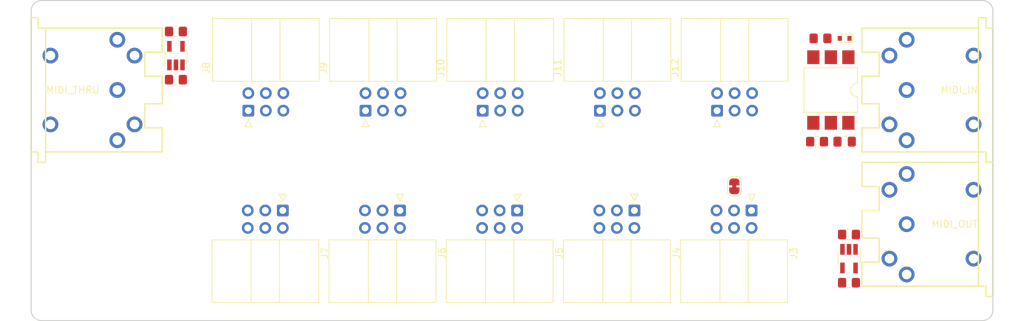
<source format=kicad_pcb>
(kicad_pcb (version 20211014) (generator pcbnew)
  (layers (0 "F.Cu" signal) (31 "B.Cu" signal) (34 "B.Paste" user) (35 "F.Paste" user) (36 "B.SilkS" user "B.Silkscreen") (37 "F.SilkS" user "F.Silkscreen") (38 "B.Mask" user) (39 "F.Mask" user) (44 "Edge.Cuts" user))
  (net 0 "")
  (net 1 "+3V3")
  (net 2 "GND")
  (net 3 "Net-(R2-Pad2)")
  (net 4 "Net-(J1-Pad5)")
  (net 5 "/UART_RX")
  (net 6 "/UART_TX")
  (net 7 "/PWR")
  (net 8 "Net-(J2-Pad4)")
  (net 9 "Net-(R2-Pad1)")
  (net 10 "Net-(J2-Pad5)")
  (net 20 "Net-(J13-Pad4)")
  (net 21 "Net-(J13-Pad5)")
  (footprint "Resistor_SMD:R_0805_2012Metric_Pad1.20x1.40mm_HandSolder" (layer "F.Cu") (at 201.63299 119 180)
    (fp_text reference "R3")
    (fp_text value "47")
    (fp_line (start -0.227064 0.735) (end 0.227064 0.735) (layer "F.SilkS") (width 0.12))
    (fp_line (start -0.227064 -0.735) (end 0.227064 -0.735) (layer "F.SilkS") (width 0.12))
    (pad "1" smd roundrect (at -1 0 180) (size 1.2 1.4) (layers "F.Cu" "F.Paste" "F.Mask") (roundrect_rratio 0.208333) (net 10 "Net-(J2-Pad5)"))
    (pad "2" smd roundrect (at 1 0 180) (size 1.2 1.4) (layers "F.Cu" "F.Paste" "F.Mask") (roundrect_rratio 0.208333))
  )
  (footprint "Capacitor_SMD:C_0805_2012Metric_Pad1.18x1.45mm_HandSolder" (layer "F.Cu") (at 201 98.5 180)
    (fp_text reference "C1")
    (fp_text value "100uF")
    (fp_line (start -0.261252 -0.735) (end 0.261252 -0.735) (layer "F.SilkS") (width 0.12))
    (fp_line (start -0.261252 0.735) (end 0.261252 0.735) (layer "F.SilkS") (width 0.12))
    (pad "1" smd roundrect (at -1.0375 0 180) (size 1.175 1.45) (layers "F.Cu" "F.Paste" "F.Mask") (roundrect_rratio 0.212766) (net 1 "+3V3"))
    (pad "2" smd roundrect (at 1.0375 0 180) (size 1.175 1.45) (layers "F.Cu" "F.Paste" "F.Mask") (roundrect_rratio 0.212766) (net 2 "GND"))
  )
  (footprint "Resistor_SMD:R_0805_2012Metric_Pad1.20x1.40mm_HandSolder" (layer "F.Cu") (at 104 82.5)
    (fp_text reference "R6")
    (fp_text value "47")
    (fp_line (start -0.227064 0.735) (end 0.227064 0.735) (layer "F.SilkS") (width 0.12))
    (fp_line (start -0.227064 -0.735) (end 0.227064 -0.735) (layer "F.SilkS") (width 0.12))
    (pad "1" smd roundrect (at -1 0) (size 1.2 1.4) (layers "F.Cu" "F.Paste" "F.Mask") (roundrect_rratio 0.208333) (net 21 "Net-(J13-Pad5)"))
    (pad "2" smd roundrect (at 1 0) (size 1.2 1.4) (layers "F.Cu" "F.Paste" "F.Mask") (roundrect_rratio 0.208333))
  )
  (footprint "Resistor_SMD:R_0805_2012Metric_Pad1.20x1.40mm_HandSolder" (layer "F.Cu") (at 201.63299 112)
    (fp_text reference "R1")
    (fp_text value "47")
    (fp_line (start -0.227064 0.735) (end 0.227064 0.735) (layer "F.SilkS") (width 0.12))
    (fp_line (start -0.227064 -0.735) (end 0.227064 -0.735) (layer "F.SilkS") (width 0.12))
    (pad "1" smd roundrect (at -1 0) (size 1.2 1.4) (layers "F.Cu" "F.Paste" "F.Mask") (roundrect_rratio 0.208333) (net 1 "+3V3"))
    (pad "2" smd roundrect (at 1 0) (size 1.2 1.4) (layers "F.Cu" "F.Paste" "F.Mask") (roundrect_rratio 0.208333) (net 8 "Net-(J2-Pad4)"))
  )
  (footprint "Resistor_SMD:R_0805_2012Metric_Pad1.20x1.40mm_HandSolder" (layer "F.Cu") (at 197 98.5 180)
    (fp_text reference "R4")
    (fp_text value "470")
    (fp_line (start -0.227064 -0.735) (end 0.227064 -0.735) (layer "F.SilkS") (width 0.12))
    (fp_line (start -0.227064 0.735) (end 0.227064 0.735) (layer "F.SilkS") (width 0.12))
    (pad "1" smd roundrect (at -1 0 180) (size 1.2 1.4) (layers "F.Cu" "F.Paste" "F.Mask") (roundrect_rratio 0.208333) (net 1 "+3V3"))
    (pad "2" smd roundrect (at 1 0 180) (size 1.2 1.4) (layers "F.Cu" "F.Paste" "F.Mask") (roundrect_rratio 0.208333) (net 5 "/UART_RX"))
  )
  (footprint "Diode_SMD:D_SOD-523" (layer "F.Cu") (at 201 83.5 180)
    (fp_text reference "D1")
    (fp_text value "1N914WT")
    (fp_line (start -1.15 -0.6) (end -1.15 0.6) (layer "F.SilkS") (width 0.12))
    (fp_line (start 0.7 0.6) (end -1.15 0.6) (layer "F.SilkS") (width 0.12))
    (fp_line (start 0.7 -0.6) (end -1.15 -0.6) (layer "F.SilkS") (width 0.12))
    (pad "1" smd rect (at -0.7 0) (size 0.6 0.7) (layers "F.Cu" "F.Paste" "F.Mask") (net 3 "Net-(R2-Pad2)"))
    (pad "2" smd rect (at 0.7 0) (size 0.6 0.7) (layers "F.Cu" "F.Paste" "F.Mask") (net 4 "Net-(J1-Pad5)"))
  )
  (footprint "DIN-5:DIN5-RA-PTH" (layer "F.Cu") (at 222.5 110.5 90)
    (fp_text reference "J2")
    (fp_text value "MIDI_OUT" (at 0 -2.09804) (layer "F.SilkS") (effects (font (thickness 0.127)) (justify right)))
    (fp_line (start 10.49782 -0.99822) (end 10.49782 -2.09804) (layer "F.SilkS") (width 0.2032))
    (fp_line (start 8.99922 -2.09804) (end 8.99922 -18.9992) (layer "F.SilkS") (width 0.2032))
    (fp_line (start 8.99922 -0.99822) (end 10.49782 -0.99822) (layer "F.SilkS") (width 0.2032))
    (fp_line (start -10.49782 -0.99822) (end -10.49782 0) (layer "F.SilkS") (width 0.2032))
    (fp_line (start 10.49782 -2.09804) (end 8.99922 -2.09804) (layer "F.SilkS") (width 0.2032))
    (fp_line (start -8.99922 -2.09804) (end 8.99922 -2.09804) (layer "F.SilkS") (width 0.2032))
    (fp_line (start -8.99922 -0.99822) (end -10.49782 -0.99822) (layer "F.SilkS") (width 0.2032))
    (fp_line (start -10.49782 0) (end 8.99922 0) (layer "F.SilkS") (width 0.2032))
    (fp_line (start 1.99898 -18.9992) (end -1.99898 -18.9992) (layer "F.SilkS") (width 0.2032))
    (fp_line (start 1.99898 -18.9992) (end 1.99898 -16.49984) (layer "F.SilkS") (width 0.2032))
    (fp_line (start 8.99922 0) (end 8.99922 -0.99822) (layer "F.SilkS") (width 0.2032))
    (fp_line (start -8.99922 -1.99898) (end -8.99922 -0.99822) (layer "F.SilkS") (width 0.2032))
    (fp_line (start -5.4991 -18.9992) (end -5.4991 -16.49984) (layer "F.SilkS") (width 0.2032))
    (fp_line (start 5.4991 -18.9992) (end 5.4991 -16.49984) (layer "F.SilkS") (width 0.2032))
    (fp_line (start -8.99922 -18.9992) (end -8.99922 -2.09804) (layer "F.SilkS") (width 0.2032))
    (fp_line (start -1.99898 -18.9992) (end -1.99898 -16.49984) (layer "F.SilkS") (width 0.2032))
    (fp_line (start -1.99898 -16.49984) (end -5.4991 -16.49984) (layer "F.SilkS") (width 0.2032))
    (fp_line (start 8.99922 -18.9992) (end 5.4991 -18.9992) (layer "F.SilkS") (width 0.2032))
    (fp_line (start 5.4991 -16.49984) (end 1.99898 -16.49984) (layer "F.SilkS") (width 0.2032))
    (fp_line (start -5.4991 -18.9992) (end -8.99922 -18.9992) (layer "F.SilkS") (width 0.2032))
    (pad "1" thru_hole circle locked (at 7.29996 -12.49934 90) (size 2.286 2.286) (drill 1.39954) (layers *.Cu *.Mask))
    (pad "2" thru_hole circle locked (at 0 -12.49934 90) (size 2.286 2.286) (drill 1.39954) (layers *.Cu *.Mask) (net 2 "GND"))
    (pad "3" thru_hole circle locked (at -7.29996 -12.49934 90) (size 2.286 2.286) (drill 1.39954) (layers *.Cu *.Mask))
    (pad "4" thru_hole circle locked (at 4.99872 -14.9987 90) (size 2.286 2.286) (drill 1.39954) (layers *.Cu *.Mask) (net 8 "Net-(J2-Pad4)"))
    (pad "5" thru_hole circle locked (at -4.99872 -14.9987 90) (size 2.286 2.286) (drill 1.39954) (layers *.Cu *.Mask) (net 10 "Net-(J2-Pad5)"))
    (pad "6" thru_hole circle locked (at -4.99872 -2.79908 90) (size 2.286 2.286) (drill 1.39954) (layers *.Cu *.Mask))
    (pad "7" thru_hole circle locked (at 4.99872 -2.79908 90) (size 2.286 2.286) (drill 1.39954) (layers *.Cu *.Mask))
  )
  (footprint "Connector_IDC:IDC-Header_2x03_P2.54mm_Horizontal" (layer "F.Cu") (at 148.5 94 90)
    (fp_text reference "J10" (at 6.215 -6.1 90) (layer "F.SilkS"))
    (fp_text value "UART")
    (fp_line (start 4.27 -5.21) (end 13.39 -5.21) (layer "F.SilkS") (width 0.12))
    (fp_line (start 4.27 0.49) (end 13.39 0.49) (layer "F.SilkS") (width 0.12))
    (fp_line (start 4.27 10.29) (end 4.27 -5.21) (layer "F.SilkS") (width 0.12))
    (fp_line (start -2.35 0.5) (end -1.35 0) (layer "F.SilkS") (width 0.12))
    (fp_line (start 4.27 4.59) (end 13.39 4.59) (layer "F.SilkS") (width 0.12))
    (fp_line (start -2.35 -0.5) (end -2.35 0.5) (layer "F.SilkS") (width 0.12))
    (fp_line (start 13.39 10.29) (end 4.27 10.29) (layer "F.SilkS") (width 0.12))
    (fp_line (start -1.35 0) (end -2.35 -0.5) (layer "F.SilkS") (width 0.12))
    (fp_line (start 13.39 -5.21) (end 13.39 10.29) (layer "F.SilkS") (width 0.12))
    (pad "1" thru_hole roundrect (at 0 0 90) (size 1.7 1.7) (drill 1) (layers *.Cu *.Mask) (roundrect_rratio 0.147059) (net 2 "GND"))
    (pad "2" thru_hole circle (at 2.54 0 90) (size 1.7 1.7) (drill 1) (layers *.Cu *.Mask) (net 5 "/UART_RX"))
    (pad "3" thru_hole circle (at 0 2.54 90) (size 1.7 1.7) (drill 1) (layers *.Cu *.Mask) (net 7 "/PWR"))
    (pad "4" thru_hole circle (at 2.54 2.54 90) (size 1.7 1.7) (drill 1) (layers *.Cu *.Mask) (net 7 "/PWR"))
    (pad "5" thru_hole circle (at 0 5.08 90) (size 1.7 1.7) (drill 1) (layers *.Cu *.Mask) (net 6 "/UART_TX"))
    (pad "6" thru_hole circle (at 2.54 5.08 90) (size 1.7 1.7) (drill 1) (layers *.Cu *.Mask) (net 2 "GND"))
  )
  (footprint "Package_DIP:SMDIP-6_W9.53mm" (layer "F.Cu") (at 199 91 -90)
    (fp_text reference "U1")
    (fp_text value "H11L1")
    (fp_line (start -3.235 3.87) (end 3.235 3.87) (layer "F.SilkS") (width 0.12))
    (fp_line (start 3.235 -3.87) (end 1 -3.87) (layer "F.SilkS") (width 0.12))
    (fp_line (start -3.235 -3.87) (end -3.235 3.87) (layer "F.SilkS") (width 0.12))
    (fp_line (start 3.235 3.87) (end 3.235 -3.87) (layer "F.SilkS") (width 0.12))
    (fp_line (start -1 -3.87) (end -3.235 -3.87) (layer "F.SilkS") (width 0.12))
    (fp_arc (start 1 -3.87) (mid 0 -2.87) (end -1 -3.87) (layer "F.SilkS") (width 0.12))
    (pad "1" smd rect (at -4.765 -2.54 270) (size 2 1.78) (layers "F.Cu" "F.Paste" "F.Mask") (net 3 "Net-(R2-Pad2)"))
    (pad "2" smd rect (at -4.765 0 270) (size 2 1.78) (layers "F.Cu" "F.Paste" "F.Mask") (net 4 "Net-(J1-Pad5)"))
    (pad "3" smd rect (at -4.765 2.54 270) (size 2 1.78) (layers "F.Cu" "F.Paste" "F.Mask"))
    (pad "4" smd rect (at 4.765 2.54 270) (size 2 1.78) (layers "F.Cu" "F.Paste" "F.Mask") (net 5 "/UART_RX"))
    (pad "5" smd rect (at 4.765 0 270) (size 2 1.78) (layers "F.Cu" "F.Paste" "F.Mask") (net 2 "GND"))
    (pad "6" smd rect (at 4.765 -2.54 270) (size 2 1.78) (layers "F.Cu" "F.Paste" "F.Mask") (net 1 "+3V3"))
  )
  (footprint "Connector_IDC:IDC-Header_2x03_P2.54mm_Horizontal" (layer "F.Cu") (at 119.5 108.5 -90)
    (fp_text reference "J7" (at 6.215 -6.1 90) (layer "F.SilkS"))
    (fp_text value "UART")
    (fp_line (start 4.27 4.59) (end 13.39 4.59) (layer "F.SilkS") (width 0.12))
    (fp_line (start 4.27 -5.21) (end 13.39 -5.21) (layer "F.SilkS") (width 0.12))
    (fp_line (start 4.27 10.29) (end 4.27 -5.21) (layer "F.SilkS") (width 0.12))
    (fp_line (start 13.39 10.29) (end 4.27 10.29) (layer "F.SilkS") (width 0.12))
    (fp_line (start 4.27 0.49) (end 13.39 0.49) (layer "F.SilkS") (width 0.12))
    (fp_line (start -2.35 -0.5) (end -2.35 0.5) (layer "F.SilkS") (width 0.12))
    (fp_line (start -2.35 0.5) (end -1.35 0) (layer "F.SilkS") (width 0.12))
    (fp_line (start -1.35 0) (end -2.35 -0.5) (layer "F.SilkS") (width 0.12))
    (fp_line (start 13.39 -5.21) (end 13.39 10.29) (layer "F.SilkS") (width 0.12))
    (pad "1" thru_hole roundrect (at 0 0 270) (size 1.7 1.7) (drill 1) (layers *.Cu *.Mask) (roundrect_rratio 0.147059) (net 2 "GND"))
    (pad "2" thru_hole circle (at 2.54 0 270) (size 1.7 1.7) (drill 1) (layers *.Cu *.Mask) (net 5 "/UART_RX"))
    (pad "3" thru_hole circle (at 0 2.54 270) (size 1.7 1.7) (drill 1) (layers *.Cu *.Mask) (net 7 "/PWR"))
    (pad "4" thru_hole circle (at 2.54 2.54 270) (size 1.7 1.7) (drill 1) (layers *.Cu *.Mask) (net 7 "/PWR"))
    (pad "5" thru_hole circle (at 0 5.08 270) (size 1.7 1.7) (drill 1) (layers *.Cu *.Mask) (net 6 "/UART_TX"))
    (pad "6" thru_hole circle (at 2.54 5.08 270) (size 1.7 1.7) (drill 1) (layers *.Cu *.Mask) (net 2 "GND"))
  )
  (footprint "Resistor_SMD:R_0805_2012Metric_Pad1.20x1.40mm_HandSolder" (layer "F.Cu") (at 104 89.5 180)
    (fp_text reference "R5")
    (fp_text value "47")
    (fp_line (start -0.227064 -0.735) (end 0.227064 -0.735) (layer "F.SilkS") (width 0.12))
    (fp_line (start -0.227064 0.735) (end 0.227064 0.735) (layer "F.SilkS") (width 0.12))
    (pad "1" smd roundrect (at -1 0 180) (size 1.2 1.4) (layers "F.Cu" "F.Paste" "F.Mask") (roundrect_rratio 0.208333) (net 1 "+3V3"))
    (pad "2" smd roundrect (at 1 0 180) (size 1.2 1.4) (layers "F.Cu" "F.Paste" "F.Mask") (roundrect_rratio 0.208333) (net 20 "Net-(J13-Pad4)"))
  )
  (footprint "Connector_IDC:IDC-Header_2x03_P2.54mm_Horizontal" (layer "F.Cu") (at 131.5 94 90)
    (fp_text reference "J9" (at 6.215 -6.1 90) (layer "F.SilkS"))
    (fp_text value "UART")
    (fp_line (start 13.39 -5.21) (end 13.39 10.29) (layer "F.SilkS") (width 0.12))
    (fp_line (start 4.27 10.29) (end 4.27 -5.21) (layer "F.SilkS") (width 0.12))
    (fp_line (start -1.35 0) (end -2.35 -0.5) (layer "F.SilkS") (width 0.12))
    (fp_line (start 4.27 0.49) (end 13.39 0.49) (layer "F.SilkS") (width 0.12))
    (fp_line (start 13.39 10.29) (end 4.27 10.29) (layer "F.SilkS") (width 0.12))
    (fp_line (start 4.27 4.59) (end 13.39 4.59) (layer "F.SilkS") (width 0.12))
    (fp_line (start 4.27 -5.21) (end 13.39 -5.21) (layer "F.SilkS") (width 0.12))
    (fp_line (start -2.35 -0.5) (end -2.35 0.5) (layer "F.SilkS") (width 0.12))
    (fp_line (start -2.35 0.5) (end -1.35 0) (layer "F.SilkS") (width 0.12))
    (pad "1" thru_hole roundrect (at 0 0 90) (size 1.7 1.7) (drill 1) (layers *.Cu *.Mask) (roundrect_rratio 0.147059) (net 2 "GND"))
    (pad "2" thru_hole circle (at 2.54 0 90) (size 1.7 1.7) (drill 1) (layers *.Cu *.Mask) (net 5 "/UART_RX"))
    (pad "3" thru_hole circle (at 0 2.54 90) (size 1.7 1.7) (drill 1) (layers *.Cu *.Mask) (net 7 "/PWR"))
    (pad "4" thru_hole circle (at 2.54 2.54 90) (size 1.7 1.7) (drill 1) (layers *.Cu *.Mask) (net 7 "/PWR"))
    (pad "5" thru_hole circle (at 0 5.08 90) (size 1.7 1.7) (drill 1) (layers *.Cu *.Mask) (net 6 "/UART_TX"))
    (pad "6" thru_hole circle (at 2.54 5.08 90) (size 1.7 1.7) (drill 1) (layers *.Cu *.Mask) (net 2 "GND"))
  )
  (footprint "DIN-5:DIN5-RA-PTH" (layer "F.Cu") (at 83 91 -90)
    (fp_text reference "J13")
    (fp_text value "MIDI_THRU" (at 0 -2.09804) (layer "F.SilkS") (effects (font (thickness 0.127)) (justify left)))
    (fp_line (start 5.4991 -18.9992) (end 5.4991 -16.49984) (layer "F.SilkS") (width 0.2032))
    (fp_line (start -10.49782 0) (end 8.99922 0) (layer "F.SilkS") (width 0.2032))
    (fp_line (start -10.49782 -0.99822) (end -10.49782 0) (layer "F.SilkS") (width 0.2032))
    (fp_line (start 1.99898 -18.9992) (end 1.99898 -16.49984) (layer "F.SilkS") (width 0.2032))
    (fp_line (start -1.99898 -18.9992) (end -1.99898 -16.49984) (layer "F.SilkS") (width 0.2032))
    (fp_line (start 8.99922 0) (end 8.99922 -0.99822) (layer "F.SilkS") (width 0.2032))
    (fp_line (start -8.99922 -2.09804) (end 8.99922 -2.09804) (layer "F.SilkS") (width 0.2032))
    (fp_line (start -8.99922 -0.99822) (end -10.49782 -0.99822) (layer "F.SilkS") (width 0.2032))
    (fp_line (start 8.99922 -0.99822) (end 10.49782 -0.99822) (layer "F.SilkS") (width 0.2032))
    (fp_line (start -1.99898 -16.49984) (end -5.4991 -16.49984) (layer "F.SilkS") (width 0.2032))
    (fp_line (start 8.99922 -2.09804) (end 8.99922 -18.9992) (layer "F.SilkS") (width 0.2032))
    (fp_line (start -5.4991 -18.9992) (end -8.99922 -18.9992) (layer "F.SilkS") (width 0.2032))
    (fp_line (start 5.4991 -16.49984) (end 1.99898 -16.49984) (layer "F.SilkS") (width 0.2032))
    (fp_line (start -8.99922 -1.99898) (end -8.99922 -0.99822) (layer "F.SilkS") (width 0.2032))
    (fp_line (start 1.99898 -18.9992) (end -1.99898 -18.9992) (layer "F.SilkS") (width 0.2032))
    (fp_line (start 10.49782 -0.99822) (end 10.49782 -2.09804) (layer "F.SilkS") (width 0.2032))
    (fp_line (start -5.4991 -18.9992) (end -5.4991 -16.49984) (layer "F.SilkS") (width 0.2032))
    (fp_line (start 10.49782 -2.09804) (end 8.99922 -2.09804) (layer "F.SilkS") (width 0.2032))
    (fp_line (start 8.99922 -18.9992) (end 5.4991 -18.9992) (layer "F.SilkS") (width 0.2032))
    (fp_line (start -8.99922 -18.9992) (end -8.99922 -2.09804) (layer "F.SilkS") (width 0.2032))
    (pad "1" thru_hole circle locked (at 7.29996 -12.49934 270) (size 2.286 2.286) (drill 1.39954) (layers *.Cu *.Mask))
    (pad "2" thru_hole circle locked (at 0 -12.49934 270) (size 2.286 2.286) (drill 1.39954) (layers *.Cu *.Mask) (net 2 "GND"))
    (pad "3" thru_hole circle locked (at -7.29996 -12.49934 270) (size 2.286 2.286) (drill 1.39954) (layers *.Cu *.Mask))
    (pad "4" thru_hole circle locked (at 4.99872 -14.9987 270) (size 2.286 2.286) (drill 1.39954) (layers *.Cu *.Mask) (net 20 "Net-(J13-Pad4)"))
    (pad "5" thru_hole circle locked (at -4.99872 -14.9987 270) (size 2.286 2.286) (drill 1.39954) (layers *.Cu *.Mask) (net 21 "Net-(J13-Pad5)"))
    (pad "6" thru_hole circle locked (at -4.99872 -2.79908 270) (size 2.286 2.286) (drill 1.39954) (layers *.Cu *.Mask))
    (pad "7" thru_hole circle locked (at 4.99872 -2.79908 270) (size 2.286 2.286) (drill 1.39954) (layers *.Cu *.Mask))
  )
  (footprint "Connector_IDC:IDC-Header_2x03_P2.54mm_Horizontal" (layer "F.Cu") (at 136.5 108.5 -90)
    (fp_text reference "J6" (at 6.215 -6.1 90) (layer "F.SilkS"))
    (fp_text value "UART")
    (fp_line (start 4.27 0.49) (end 13.39 0.49) (layer "F.SilkS") (width 0.12))
    (fp_line (start 4.27 4.59) (end 13.39 4.59) (layer "F.SilkS") (width 0.12))
    (fp_line (start -2.35 0.5) (end -1.35 0) (layer "F.SilkS") (width 0.12))
    (fp_line (start -1.35 0) (end -2.35 -0.5) (layer "F.SilkS") (width 0.12))
    (fp_line (start -2.35 -0.5) (end -2.35 0.5) (layer "F.SilkS") (width 0.12))
    (fp_line (start 13.39 10.29) (end 4.27 10.29) (layer "F.SilkS") (width 0.12))
    (fp_line (start 4.27 10.29) (end 4.27 -5.21) (layer "F.SilkS") (width 0.12))
    (fp_line (start 4.27 -5.21) (end 13.39 -5.21) (layer "F.SilkS") (width 0.12))
    (fp_line (start 13.39 -5.21) (end 13.39 10.29) (layer "F.SilkS") (width 0.12))
    (pad "1" thru_hole roundrect (at 0 0 270) (size 1.7 1.7) (drill 1) (layers *.Cu *.Mask) (roundrect_rratio 0.147059) (net 2 "GND"))
    (pad "2" thru_hole circle (at 2.54 0 270) (size 1.7 1.7) (drill 1) (layers *.Cu *.Mask) (net 5 "/UART_RX"))
    (pad "3" thru_hole circle (at 0 2.54 270) (size 1.7 1.7) (drill 1) (layers *.Cu *.Mask) (net 7 "/PWR"))
    (pad "4" thru_hole circle (at 2.54 2.54 270) (size 1.7 1.7) (drill 1) (layers *.Cu *.Mask) (net 7 "/PWR"))
    (pad "5" thru_hole circle (at 0 5.08 270) (size 1.7 1.7) (drill 1) (layers *.Cu *.Mask) (net 6 "/UART_TX"))
    (pad "6" thru_hole circle (at 2.54 5.08 270) (size 1.7 1.7) (drill 1) (layers *.Cu *.Mask) (net 2 "GND"))
  )
  (footprint "Resistor_SMD:R_0805_2012Metric_Pad1.20x1.40mm_HandSolder" (layer "F.Cu") (at 197.5 83.5)
    (fp_text reference "R2")
    (fp_text value "220")
    (fp_line (start -0.227064 0.735) (end 0.227064 0.735) (layer "F.SilkS") (width 0.12))
    (fp_line (start -0.227064 -0.735) (end 0.227064 -0.735) (layer "F.SilkS") (width 0.12))
    (pad "1" smd roundrect (at -1 0) (size 1.2 1.4) (layers "F.Cu" "F.Paste" "F.Mask") (roundrect_rratio 0.208333) (net 9 "Net-(R2-Pad1)"))
    (pad "2" smd roundrect (at 1 0) (size 1.2 1.4) (layers "F.Cu" "F.Paste" "F.Mask") (roundrect_rratio 0.208333) (net 3 "Net-(R2-Pad2)"))
  )
  (footprint "DIN-5:DIN5-RA-PTH" (layer "F.Cu") (at 222.5 91 90)
    (fp_text reference "J1")
    (fp_text value "MIDI_IN" (at 0 -2.09804) (layer "F.SilkS") (effects (font (thickness 0.127)) (justify right)))
    (fp_line (start 8.99922 -2.09804) (end 8.99922 -18.9992) (layer "F.SilkS") (width 0.2032))
    (fp_line (start -8.99922 -1.99898) (end -8.99922 -0.99822) (layer "F.SilkS") (width 0.2032))
    (fp_line (start -10.49782 -0.99822) (end -10.49782 0) (layer "F.SilkS") (width 0.2032))
    (fp_line (start 1.99898 -18.9992) (end -1.99898 -18.9992) (layer "F.SilkS") (width 0.2032))
    (fp_line (start -8.99922 -0.99822) (end -10.49782 -0.99822) (layer "F.SilkS") (width 0.2032))
    (fp_line (start -1.99898 -16.49984) (end -5.4991 -16.49984) (layer "F.SilkS") (width 0.2032))
    (fp_line (start 8.99922 -18.9992) (end 5.4991 -18.9992) (layer "F.SilkS") (width 0.2032))
    (fp_line (start -8.99922 -18.9992) (end -8.99922 -2.09804) (layer "F.SilkS") (width 0.2032))
    (fp_line (start 5.4991 -18.9992) (end 5.4991 -16.49984) (layer "F.SilkS") (width 0.2032))
    (fp_line (start -5.4991 -18.9992) (end -8.99922 -18.9992) (layer "F.SilkS") (width 0.2032))
    (fp_line (start -1.99898 -18.9992) (end -1.99898 -16.49984) (layer "F.SilkS") (width 0.2032))
    (fp_line (start 10.49782 -2.09804) (end 8.99922 -2.09804) (layer "F.SilkS") (width 0.2032))
    (fp_line (start -5.4991 -18.9992) (end -5.4991 -16.49984) (layer "F.SilkS") (width 0.2032))
    (fp_line (start -10.49782 0) (end 8.99922 0) (layer "F.SilkS") (width 0.2032))
    (fp_line (start 8.99922 0) (end 8.99922 -0.99822) (layer "F.SilkS") (width 0.2032))
    (fp_line (start 1.99898 -18.9992) (end 1.99898 -16.49984) (layer "F.SilkS") (width 0.2032))
    (fp_line (start 8.99922 -0.99822) (end 10.49782 -0.99822) (layer "F.SilkS") (width 0.2032))
    (fp_line (start 5.4991 -16.49984) (end 1.99898 -16.49984) (layer "F.SilkS") (width 0.2032))
    (fp_line (start 10.49782 -0.99822) (end 10.49782 -2.09804) (layer "F.SilkS") (width 0.2032))
    (fp_line (start -8.99922 -2.09804) (end 8.99922 -2.09804) (layer "F.SilkS") (width 0.2032))
    (pad "1" thru_hole circle locked (at 7.29996 -12.49934 90) (size 2.286 2.286) (drill 1.39954) (layers *.Cu *.Mask))
    (pad "2" thru_hole circle locked (at 0 -12.49934 90) (size 2.286 2.286) (drill 1.39954) (layers *.Cu *.Mask))
    (pad "3" thru_hole circle locked (at -7.29996 -12.49934 90) (size 2.286 2.286) (drill 1.39954) (layers *.Cu *.Mask))
    (pad "4" thru_hole circle locked (at 4.99872 -14.9987 90) (size 2.286 2.286) (drill 1.39954) (layers *.Cu *.Mask) (net 9 "Net-(R2-Pad1)"))
    (pad "5" thru_hole circle locked (at -4.99872 -14.9987 90) (size 2.286 2.286) (drill 1.39954) (layers *.Cu *.Mask) (net 4 "Net-(J1-Pad5)"))
    (pad "6" thru_hole circle locked (at -4.99872 -2.79908 90) (size 2.286 2.286) (drill 1.39954) (layers *.Cu *.Mask))
    (pad "7" thru_hole circle locked (at 4.99872 -2.79908 90) (size 2.286 2.286) (drill 1.39954) (layers *.Cu *.Mask))
  )
  (footprint "Package_TO_SOT_SMD:SOT-23-5_HandSoldering" (layer "F.Cu") (at 201.63299 115.5 -90)
    (fp_text reference "U2")
    (fp_text value "74AHC1G125")
    (fp_line (start -0.9 1.61) (end 0.9 1.61) (layer "F.SilkS") (width 0.12))
    (fp_line (start 0.9 -1.61) (end -1.55 -1.61) (layer "F.SilkS") (width 0.12))
    (pad "1" smd rect (at -1.35 -0.95 270) (size 1.56 0.65) (layers "F.Cu" "F.Paste" "F.Mask") (net 2 "GND"))
    (pad "2" smd rect (at -1.35 0 270) (size 1.56 0.65) (layers "F.Cu" "F.Paste" "F.Mask") (net 6 "/UART_TX"))
    (pad "3" smd rect (at -1.35 0.95 270) (size 1.56 0.65) (layers "F.Cu" "F.Paste" "F.Mask") (net 2 "GND"))
    (pad "4" smd rect (at 1.35 0.95 270) (size 1.56 0.65) (layers "F.Cu" "F.Paste" "F.Mask"))
    (pad "5" smd rect (at 1.35 -0.95 270) (size 1.56 0.65) (layers "F.Cu" "F.Paste" "F.Mask") (net 1 "+3V3"))
  )
  (footprint "Connector_IDC:IDC-Header_2x03_P2.54mm_Horizontal" (layer "F.Cu") (at 153.5 108.5 -90)
    (fp_text reference "J5" (at 6.215 -6.1 90) (layer "F.SilkS"))
    (fp_text value "UART")
    (fp_line (start -2.35 -0.5) (end -2.35 0.5) (layer "F.SilkS") (width 0.12))
    (fp_line (start -2.35 0.5) (end -1.35 0) (layer "F.SilkS") (width 0.12))
    (fp_line (start 4.27 0.49) (end 13.39 0.49) (layer "F.SilkS") (width 0.12))
    (fp_line (start -1.35 0) (end -2.35 -0.5) (layer "F.SilkS") (width 0.12))
    (fp_line (start 4.27 10.29) (end 4.27 -5.21) (layer "F.SilkS") (width 0.12))
    (fp_line (start 13.39 -5.21) (end 13.39 10.29) (layer "F.SilkS") (width 0.12))
    (fp_line (start 4.27 -5.21) (end 13.39 -5.21) (layer "F.SilkS") (width 0.12))
    (fp_line (start 4.27 4.59) (end 13.39 4.59) (layer "F.SilkS") (width 0.12))
    (fp_line (start 13.39 10.29) (end 4.27 10.29) (layer "F.SilkS") (width 0.12))
    (pad "1" thru_hole roundrect (at 0 0 270) (size 1.7 1.7) (drill 1) (layers *.Cu *.Mask) (roundrect_rratio 0.147059) (net 2 "GND"))
    (pad "2" thru_hole circle (at 2.54 0 270) (size 1.7 1.7) (drill 1) (layers *.Cu *.Mask) (net 5 "/UART_RX"))
    (pad "3" thru_hole circle (at 0 2.54 270) (size 1.7 1.7) (drill 1) (layers *.Cu *.Mask) (net 7 "/PWR"))
    (pad "4" thru_hole circle (at 2.54 2.54 270) (size 1.7 1.7) (drill 1) (layers *.Cu *.Mask) (net 7 "/PWR"))
    (pad "5" thru_hole circle (at 0 5.08 270) (size 1.7 1.7) (drill 1) (layers *.Cu *.Mask) (net 6 "/UART_TX"))
    (pad "6" thru_hole circle (at 2.54 5.08 270) (size 1.7 1.7) (drill 1) (layers *.Cu *.Mask) (net 2 "GND"))
  )
  (footprint "Connector_IDC:IDC-Header_2x03_P2.54mm_Horizontal" (layer "F.Cu") (at 187.5 108.5 -90)
    (fp_text reference "J3" (at 6.215 -6.1 90) (layer "F.SilkS"))
    (fp_text value "UART")
    (fp_line (start 4.27 10.29) (end 4.27 -5.21) (layer "F.SilkS") (width 0.12))
    (fp_line (start 13.39 -5.21) (end 13.39 10.29) (layer "F.SilkS") (width 0.12))
    (fp_line (start -2.35 0.5) (end -1.35 0) (layer "F.SilkS") (width 0.12))
    (fp_line (start -1.35 0) (end -2.35 -0.5) (layer "F.SilkS") (width 0.12))
    (fp_line (start 4.27 4.59) (end 13.39 4.59) (layer "F.SilkS") (width 0.12))
    (fp_line (start 4.27 0.49) (end 13.39 0.49) (layer "F.SilkS") (width 0.12))
    (fp_line (start 4.27 -5.21) (end 13.39 -5.21) (layer "F.SilkS") (width 0.12))
    (fp_line (start -2.35 -0.5) (end -2.35 0.5) (layer "F.SilkS") (width 0.12))
    (fp_line (start 13.39 10.29) (end 4.27 10.29) (layer "F.SilkS") (width 0.12))
    (pad "1" thru_hole roundrect (at 0 0 270) (size 1.7 1.7) (drill 1) (layers *.Cu *.Mask) (roundrect_rratio 0.147059) (net 2 "GND"))
    (pad "2" thru_hole circle (at 2.54 0 270) (size 1.7 1.7) (drill 1) (layers *.Cu *.Mask) (net 5 "/UART_RX"))
    (pad "3" thru_hole circle (at 0 2.54 270) (size 1.7 1.7) (drill 1) (layers *.Cu *.Mask) (net 1 "+3V3"))
    (pad "4" thru_hole circle (at 2.54 2.54 270) (size 1.7 1.7) (drill 1) (layers *.Cu *.Mask) (net 1 "+3V3"))
    (pad "5" thru_hole circle (at 0 5.08 270) (size 1.7 1.7) (drill 1) (layers *.Cu *.Mask) (net 6 "/UART_TX"))
    (pad "6" thru_hole circle (at 2.54 5.08 270) (size 1.7 1.7) (drill 1) (layers *.Cu *.Mask) (net 2 "GND"))
  )
  (footprint "Connector_IDC:IDC-Header_2x03_P2.54mm_Horizontal" (layer "F.Cu") (at 182.5 94 90)
    (fp_text reference "J12" (at 6.215 -6.1 90) (layer "F.SilkS"))
    (fp_text value "UART")
    (fp_line (start -1.35 0) (end -2.35 -0.5) (layer "F.SilkS") (width 0.12))
    (fp_line (start 4.27 4.59) (end 13.39 4.59) (layer "F.SilkS") (width 0.12))
    (fp_line (start 4.27 10.29) (end 4.27 -5.21) (layer "F.SilkS") (width 0.12))
    (fp_line (start -2.35 -0.5) (end -2.35 0.5) (layer "F.SilkS") (width 0.12))
    (fp_line (start 4.27 -5.21) (end 13.39 -5.21) (layer "F.SilkS") (width 0.12))
    (fp_line (start 13.39 10.29) (end 4.27 10.29) (layer "F.SilkS") (width 0.12))
    (fp_line (start 13.39 -5.21) (end 13.39 10.29) (layer "F.SilkS") (width 0.12))
    (fp_line (start -2.35 0.5) (end -1.35 0) (layer "F.SilkS") (width 0.12))
    (fp_line (start 4.27 0.49) (end 13.39 0.49) (layer "F.SilkS") (width 0.12))
    (pad "1" thru_hole roundrect (at 0 0 90) (size 1.7 1.7) (drill 1) (layers *.Cu *.Mask) (roundrect_rratio 0.147059) (net 2 "GND"))
    (pad "2" thru_hole circle (at 2.54 0 90) (size 1.7 1.7) (drill 1) (layers *.Cu *.Mask) (net 5 "/UART_RX"))
    (pad "3" thru_hole circle (at 0 2.54 90) (size 1.7 1.7) (drill 1) (layers *.Cu *.Mask) (net 7 "/PWR"))
    (pad "4" thru_hole circle (at 2.54 2.54 90) (size 1.7 1.7) (drill 1) (layers *.Cu *.Mask) (net 7 "/PWR"))
    (pad "5" thru_hole circle (at 0 5.08 90) (size 1.7 1.7) (drill 1) (layers *.Cu *.Mask) (net 6 "/UART_TX"))
    (pad "6" thru_hole circle (at 2.54 5.08 90) (size 1.7 1.7) (drill 1) (layers *.Cu *.Mask) (net 2 "GND"))
  )
  (footprint "Connector_IDC:IDC-Header_2x03_P2.54mm_Horizontal" (layer "F.Cu") (at 114.5 94 90)
    (fp_text reference "J8" (at 6.215 -6.1 90) (layer "F.SilkS"))
    (fp_text value "UART")
    (fp_line (start 4.27 0.49) (end 13.39 0.49) (layer "F.SilkS") (width 0.12))
    (fp_line (start 4.27 10.29) (end 4.27 -5.21) (layer "F.SilkS") (width 0.12))
    (fp_line (start 4.27 -5.21) (end 13.39 -5.21) (layer "F.SilkS") (width 0.12))
    (fp_line (start -2.35 0.5) (end -1.35 0) (layer "F.SilkS") (width 0.12))
    (fp_line (start -2.35 -0.5) (end -2.35 0.5) (layer "F.SilkS") (width 0.12))
    (fp_line (start 13.39 -5.21) (end 13.39 10.29) (layer "F.SilkS") (width 0.12))
    (fp_line (start 13.39 10.29) (end 4.27 10.29) (layer "F.SilkS") (width 0.12))
    (fp_line (start -1.35 0) (end -2.35 -0.5) (layer "F.SilkS") (width 0.12))
    (fp_line (start 4.27 4.59) (end 13.39 4.59) (layer "F.SilkS") (width 0.12))
    (pad "1" thru_hole roundrect (at 0 0 90) (size 1.7 1.7) (drill 1) (layers *.Cu *.Mask) (roundrect_rratio 0.147059) (net 2 "GND"))
    (pad "2" thru_hole circle (at 2.54 0 90) (size 1.7 1.7) (drill 1) (layers *.Cu *.Mask) (net 5 "/UART_RX"))
    (pad "3" thru_hole circle (at 0 2.54 90) (size 1.7 1.7) (drill 1) (layers *.Cu *.Mask) (net 7 "/PWR"))
    (pad "4" thru_hole circle (at 2.54 2.54 90) (size 1.7 1.7) (drill 1) (layers *.Cu *.Mask) (net 7 "/PWR"))
    (pad "5" thru_hole circle (at 0 5.08 90) (size 1.7 1.7) (drill 1) (layers *.Cu *.Mask) (net 6 "/UART_TX"))
    (pad "6" thru_hole circle (at 2.54 5.08 90) (size 1.7 1.7) (drill 1) (layers *.Cu *.Mask) (net 2 "GND"))
  )
  (footprint "Jumper:SolderJumper-2_P1.3mm_Bridged_RoundedPad1.0x1.5mm" (layer "F.Cu") (at 185 105 90)
    (fp_text reference "JP1")
    (fp_text value "PWR")
    (fp_poly (pts (xy 0.25 -0.3) (xy -0.25 -0.3) (xy -0.25 0.3) (xy 0.25 0.3)) (layer "F.Cu") (width 0) (fill solid))
    (fp_line (start 1.4 -0.3) (end 1.4 0.3) (layer "F.SilkS") (width 0.12))
    (fp_line (start 0.7 1) (end -0.7 1) (layer "F.SilkS") (width 0.12))
    (fp_line (start -1.4 0.3) (end -1.4 -0.3) (layer "F.SilkS") (width 0.12))
    (fp_line (start -0.7 -1) (end 0.7 -1) (layer "F.SilkS") (width 0.12))
    (fp_arc (start -1.4 -0.3) (mid -1.194975 -0.794975) (end -0.7 -1) (layer "F.SilkS") (width 0.12))
    (fp_arc (start 1.4 0.3) (mid 1.194975 0.794975) (end 0.7 1) (layer "F.SilkS") (width 0.12))
    (fp_arc (start 0.7 -1) (mid 1.194975 -0.794975) (end 1.4 -0.3) (layer "F.SilkS") (width 0.12))
    (fp_arc (start -0.7 1) (mid -1.194975 0.794975) (end -1.4 0.3) (layer "F.SilkS") (width 0.12))
    (pad "1" smd custom (at -0.65 0 90) (size 1 0.5) (layers "F.Cu" "F.Mask") (net 1 "+3V3") (options (clearance outline) (anchor rect)) (primitives (gr_circle (center 0 0.25) (end 0.5 0.25) (width 0) (fill yes)) (gr_circle (center 0 -0.25) (end 0.5 -0.25) (width 0) (fill yes)) (gr_poly (pts (xy 0.5 0.75) (xy 0 0.75) (xy 0 -0.75) (xy 0.5 -0.75)) (width 0) (fill yes))))
    (pad "2" smd custom (at 0.65 0 90) (size 1 0.5) (layers "F.Cu" "F.Mask") (net 7 "/PWR") (options (clearance outline) (anchor rect)) (primitives (gr_circle (center 0 0.25) (end 0.5 0.25) (width 0) (fill yes)) (gr_circle (center 0 -0.25) (end 0.5 -0.25) (width 0) (fill yes)) (gr_poly (pts (xy 0 0.75) (xy -0.5 0.75) (xy -0.5 -0.75) (xy 0 -0.75)) (width 0) (fill yes))))
  )
  (footprint "Package_TO_SOT_SMD:SOT-23-5_HandSoldering" (layer "F.Cu") (at 104 86 90)
    (fp_text reference "U3")
    (fp_text value "74AHC1G125")
    (fp_line (start 0.9 -1.61) (end -1.55 -1.61) (layer "F.SilkS") (width 0.12))
    (fp_line (start -0.9 1.61) (end 0.9 1.61) (layer "F.SilkS") (width 0.12))
    (pad "1" smd rect (at -1.35 -0.95 90) (size 1.56 0.65) (layers "F.Cu" "F.Paste" "F.Mask") (net 2 "GND"))
    (pad "2" smd rect (at -1.35 0 90) (size 1.56 0.65) (layers "F.Cu" "F.Paste" "F.Mask") (net 5 "/UART_RX"))
    (pad "3" smd rect (at -1.35 0.95 90) (size 1.56 0.65) (layers "F.Cu" "F.Paste" "F.Mask") (net 2 "GND"))
    (pad "4" smd rect (at 1.35 0.95 90) (size 1.56 0.65) (layers "F.Cu" "F.Paste" "F.Mask"))
    (pad "5" smd rect (at 1.35 -0.95 90) (size 1.56 0.65) (layers "F.Cu" "F.Paste" "F.Mask") (net 1 "+3V3"))
  )
  (footprint "Connector_IDC:IDC-Header_2x03_P2.54mm_Horizontal" (layer "F.Cu") (at 170.5 108.5 -90)
    (fp_text reference "J4" (at 6.215 -6.1 90) (layer "F.SilkS"))
    (fp_text value "UART")
    (fp_line (start 13.39 -5.21) (end 13.39 10.29) (layer "F.SilkS") (width 0.12))
    (fp_line (start -1.35 0) (end -2.35 -0.5) (layer "F.SilkS") (width 0.12))
    (fp_line (start 4.27 10.29) (end 4.27 -5.21) (layer "F.SilkS") (width 0.12))
    (fp_line (start 13.39 10.29) (end 4.27 10.29) (layer "F.SilkS") (width 0.12))
    (fp_line (start 4.27 0.49) (end 13.39 0.49) (layer "F.SilkS") (width 0.12))
    (fp_line (start -2.35 -0.5) (end -2.35 0.5) (layer "F.SilkS") (width 0.12))
    (fp_line (start 4.27 4.59) (end 13.39 4.59) (layer "F.SilkS") (width 0.12))
    (fp_line (start -2.35 0.5) (end -1.35 0) (layer "F.SilkS") (width 0.12))
    (fp_line (start 4.27 -5.21) (end 13.39 -5.21) (layer "F.SilkS") (width 0.12))
    (pad "1" thru_hole roundrect (at 0 0 270) (size 1.7 1.7) (drill 1) (layers *.Cu *.Mask) (roundrect_rratio 0.147059) (net 2 "GND"))
    (pad "2" thru_hole circle (at 2.54 0 270) (size 1.7 1.7) (drill 1) (layers *.Cu *.Mask) (net 5 "/UART_RX"))
    (pad "3" thru_hole circle (at 0 2.54 270) (size 1.7 1.7) (drill 1) (layers *.Cu *.Mask) (net 7 "/PWR"))
    (pad "4" thru_hole circle (at 2.54 2.54 270) (size 1.7 1.7) (drill 1) (layers *.Cu *.Mask) (net 7 "/PWR"))
    (pad "5" thru_hole circle (at 0 5.08 270) (size 1.7 1.7) (drill 1) (layers *.Cu *.Mask) (net 6 "/UART_TX"))
    (pad "6" thru_hole circle (at 2.54 5.08 270) (size 1.7 1.7) (drill 1) (layers *.Cu *.Mask) (net 2 "GND"))
  )
  (footprint "Connector_IDC:IDC-Header_2x03_P2.54mm_Horizontal" (layer "F.Cu") (at 165.5 94 90)
    (fp_text reference "J11" (at 6.215 -6.1 90) (layer "F.SilkS"))
    (fp_text value "UART")
    (fp_line (start 4.27 -5.21) (end 13.39 -5.21) (layer "F.SilkS") (width 0.12))
    (fp_line (start -1.35 0) (end -2.35 -0.5) (layer "F.SilkS") (width 0.12))
    (fp_line (start 13.39 -5.21) (end 13.39 10.29) (layer "F.SilkS") (width 0.12))
    (fp_line (start -2.35 0.5) (end -1.35 0) (layer "F.SilkS") (width 0.12))
    (fp_line (start 4.27 10.29) (end 4.27 -5.21) (layer "F.SilkS") (width 0.12))
    (fp_line (start 4.27 0.49) (end 13.39 0.49) (layer "F.SilkS") (width 0.12))
    (fp_line (start -2.35 -0.5) (end -2.35 0.5) (layer "F.SilkS") (width 0.12))
    (fp_line (start 4.27 4.59) (end 13.39 4.59) (layer "F.SilkS") (width 0.12))
    (fp_line (start 13.39 10.29) (end 4.27 10.29) (layer "F.SilkS") (width 0.12))
    (pad "1" thru_hole roundrect (at 0 0 90) (size 1.7 1.7) (drill 1) (layers *.Cu *.Mask) (roundrect_rratio 0.147059) (net 2 "GND"))
    (pad "2" thru_hole circle (at 2.54 0 90) (size 1.7 1.7) (drill 1) (layers *.Cu *.Mask) (net 5 "/UART_RX"))
    (pad "3" thru_hole circle (at 0 2.54 90) (size 1.7 1.7) (drill 1) (layers *.Cu *.Mask) (net 7 "/PWR"))
    (pad "4" thru_hole circle (at 2.54 2.54 90) (size 1.7 1.7) (drill 1) (layers *.Cu *.Mask) (net 7 "/PWR"))
    (pad "5" thru_hole circle (at 0 5.08 90) (size 1.7 1.7) (drill 1) (layers *.Cu *.Mask) (net 6 "/UART_TX"))
    (pad "6" thru_hole circle (at 2.54 5.08 90) (size 1.7 1.7) (drill 1) (layers *.Cu *.Mask) (net 2 "GND"))
  )
  (gr_line (start 84.5 124.5) (end 221 124.5) (layer "Edge.Cuts") (width 0.15))
  (gr_arc (start 222.5 123) (mid 222.06066 124.06066) (end 221 124.5) (layer "Edge.Cuts") (width 0.15))
  (gr_line (start 222.5 123) (end 222.5 79.5) (layer "Edge.Cuts") (width 0.15))
  (gr_arc (start 84.5 124.5) (mid 83.43934 124.06066) (end 83 123) (layer "Edge.Cuts") (width 0.15))
  (gr_arc (start 221 78) (mid 222.06066 78.43934) (end 222.5 79.5) (layer "Edge.Cuts") (width 0.15))
  (gr_line (start 221 78) (end 84.5 78) (layer "Edge.Cuts") (width 0.15))
  (gr_arc (start 83 79.5) (mid 83.43934 78.43934) (end 84.5 78) (layer "Edge.Cuts") (width 0.15))
  (gr_line (start 83 79.5) (end 83 123) (layer "Edge.Cuts") (width 0.15))
)
</source>
